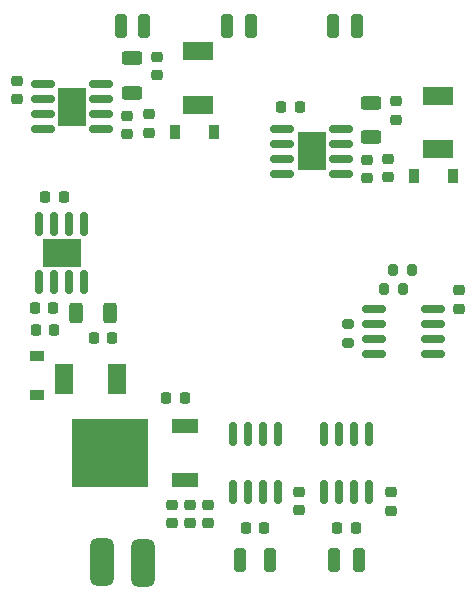
<source format=gts>
%TF.GenerationSoftware,KiCad,Pcbnew,(5.99.0-11336-g5116fa6d12)*%
%TF.CreationDate,2021-07-16T01:16:28+02:00*%
%TF.ProjectId,WS2811_3W,57533238-3131-45f3-9357-2e6b69636164,rev?*%
%TF.SameCoordinates,Original*%
%TF.FileFunction,Soldermask,Top*%
%TF.FilePolarity,Negative*%
%FSLAX46Y46*%
G04 Gerber Fmt 4.6, Leading zero omitted, Abs format (unit mm)*
G04 Created by KiCad (PCBNEW (5.99.0-11336-g5116fa6d12)) date 2021-07-16 01:16:28*
%MOMM*%
%LPD*%
G01*
G04 APERTURE LIST*
G04 Aperture macros list*
%AMRoundRect*
0 Rectangle with rounded corners*
0 $1 Rounding radius*
0 $2 $3 $4 $5 $6 $7 $8 $9 X,Y pos of 4 corners*
0 Add a 4 corners polygon primitive as box body*
4,1,4,$2,$3,$4,$5,$6,$7,$8,$9,$2,$3,0*
0 Add four circle primitives for the rounded corners*
1,1,$1+$1,$2,$3*
1,1,$1+$1,$4,$5*
1,1,$1+$1,$6,$7*
1,1,$1+$1,$8,$9*
0 Add four rect primitives between the rounded corners*
20,1,$1+$1,$2,$3,$4,$5,0*
20,1,$1+$1,$4,$5,$6,$7,0*
20,1,$1+$1,$6,$7,$8,$9,0*
20,1,$1+$1,$8,$9,$2,$3,0*%
G04 Aperture macros list end*
%ADD10R,2.200000X1.200000*%
%ADD11R,6.400000X5.800000*%
%ADD12R,0.900000X1.200000*%
%ADD13R,1.200000X0.900000*%
%ADD14RoundRect,0.250000X-0.250000X-0.750000X0.250000X-0.750000X0.250000X0.750000X-0.250000X0.750000X0*%
%ADD15RoundRect,0.225000X-0.250000X0.225000X-0.250000X-0.225000X0.250000X-0.225000X0.250000X0.225000X0*%
%ADD16RoundRect,0.225000X0.225000X0.250000X-0.225000X0.250000X-0.225000X-0.250000X0.225000X-0.250000X0*%
%ADD17R,2.500000X1.500000*%
%ADD18RoundRect,0.250000X0.250000X0.750000X-0.250000X0.750000X-0.250000X-0.750000X0.250000X-0.750000X0*%
%ADD19RoundRect,0.225000X0.250000X-0.225000X0.250000X0.225000X-0.250000X0.225000X-0.250000X-0.225000X0*%
%ADD20RoundRect,0.500000X-0.500000X-1.500000X0.500000X-1.500000X0.500000X1.500000X-0.500000X1.500000X0*%
%ADD21RoundRect,0.250000X-0.312500X-0.625000X0.312500X-0.625000X0.312500X0.625000X-0.312500X0.625000X0*%
%ADD22RoundRect,0.150000X-0.150000X0.825000X-0.150000X-0.825000X0.150000X-0.825000X0.150000X0.825000X0*%
%ADD23R,3.300000X2.410000*%
%ADD24RoundRect,0.250000X0.625000X-0.312500X0.625000X0.312500X-0.625000X0.312500X-0.625000X-0.312500X0*%
%ADD25RoundRect,0.225000X-0.225000X-0.250000X0.225000X-0.250000X0.225000X0.250000X-0.225000X0.250000X0*%
%ADD26RoundRect,0.200000X0.200000X0.275000X-0.200000X0.275000X-0.200000X-0.275000X0.200000X-0.275000X0*%
%ADD27R,1.500000X2.500000*%
%ADD28RoundRect,0.150000X-0.825000X-0.150000X0.825000X-0.150000X0.825000X0.150000X-0.825000X0.150000X0*%
%ADD29R,2.410000X3.300000*%
%ADD30RoundRect,0.500000X0.500000X1.500000X-0.500000X1.500000X-0.500000X-1.500000X0.500000X-1.500000X0*%
%ADD31RoundRect,0.200000X0.275000X-0.200000X0.275000X0.200000X-0.275000X0.200000X-0.275000X-0.200000X0*%
G04 APERTURE END LIST*
D10*
%TO.C,U4*%
X88060000Y-102190000D03*
X88060000Y-97630000D03*
D11*
X81760000Y-99910000D03*
%TD*%
D12*
%TO.C,D6*%
X107518401Y-76454799D03*
X110818401Y-76454799D03*
%TD*%
D13*
%TO.C,D5*%
X75539600Y-91669600D03*
X75539600Y-94969600D03*
%TD*%
D12*
%TO.C,D4*%
X87250000Y-72694800D03*
X90550000Y-72694800D03*
%TD*%
D14*
%TO.C,J4*%
X92760800Y-108915200D03*
%TD*%
D15*
%TO.C,C17*%
X103478801Y-75070199D03*
X103478801Y-76620199D03*
%TD*%
D14*
%TO.C,J8*%
X84643999Y-63754000D03*
%TD*%
%TO.C,J3*%
X95250000Y-108915200D03*
%TD*%
D16*
%TO.C,C14*%
X77025800Y-89458800D03*
X75475800Y-89458800D03*
%TD*%
D14*
%TO.C,J12*%
X102643999Y-63754000D03*
%TD*%
D15*
%TO.C,C3*%
X97739200Y-103161800D03*
X97739200Y-104711800D03*
%TD*%
D17*
%TO.C,L1*%
X89204800Y-70372800D03*
X89204800Y-65872800D03*
%TD*%
D18*
%TO.C,J7*%
X82643999Y-63754000D03*
%TD*%
D16*
%TO.C,C15*%
X81902600Y-90119200D03*
X80352600Y-90119200D03*
%TD*%
D14*
%TO.C,J11*%
X100643999Y-63754000D03*
%TD*%
D19*
%TO.C,C2*%
X111302800Y-87643000D03*
X111302800Y-86093000D03*
%TD*%
D15*
%TO.C,C19*%
X105968001Y-70091799D03*
X105968001Y-71641799D03*
%TD*%
%TO.C,C8*%
X88540000Y-104254000D03*
X88540000Y-105804000D03*
%TD*%
D20*
%TO.C,J6*%
X84531200Y-109194600D03*
%TD*%
D21*
%TO.C,R3*%
X78852300Y-87985600D03*
X81777300Y-87985600D03*
%TD*%
D14*
%TO.C,J10*%
X93643999Y-63754000D03*
%TD*%
D15*
%TO.C,C9*%
X90043000Y-104254000D03*
X90043000Y-105804000D03*
%TD*%
%TO.C,C5*%
X86995000Y-104254000D03*
X86995000Y-105804000D03*
%TD*%
D22*
%TO.C,U6*%
X79578200Y-80481400D03*
X78308200Y-80481400D03*
X77038200Y-80481400D03*
X75768200Y-80481400D03*
X75768200Y-85431400D03*
X77038200Y-85431400D03*
X78308200Y-85431400D03*
X79578200Y-85431400D03*
D23*
X77673200Y-82956400D03*
%TD*%
D24*
%TO.C,R5*%
X103834401Y-73142099D03*
X103834401Y-70217099D03*
%TD*%
D16*
%TO.C,R1*%
X102527400Y-106222800D03*
X100977400Y-106222800D03*
%TD*%
%TO.C,C12*%
X77813200Y-78181200D03*
X76263200Y-78181200D03*
%TD*%
D25*
%TO.C,C16*%
X96253000Y-70612000D03*
X97803000Y-70612000D03*
%TD*%
D26*
%TO.C,R7*%
X107352600Y-84378800D03*
X105702600Y-84378800D03*
%TD*%
D16*
%TO.C,C13*%
X76924200Y-87630000D03*
X75374200Y-87630000D03*
%TD*%
D27*
%TO.C,L2*%
X77861600Y-93624400D03*
X82361600Y-93624400D03*
%TD*%
D15*
%TO.C,C6*%
X83210400Y-71310200D03*
X83210400Y-72860200D03*
%TD*%
D22*
%TO.C,U3*%
X95986600Y-98261400D03*
X94716600Y-98261400D03*
X93446600Y-98261400D03*
X92176600Y-98261400D03*
X92176600Y-103211400D03*
X93446600Y-103211400D03*
X94716600Y-103211400D03*
X95986600Y-103211400D03*
%TD*%
D28*
%TO.C,U7*%
X96330201Y-72416199D03*
X96330201Y-73686199D03*
X96330201Y-74956199D03*
X96330201Y-76226199D03*
X101280201Y-76226199D03*
X101280201Y-74956199D03*
X101280201Y-73686199D03*
X101280201Y-72416199D03*
D29*
X98805201Y-74321199D03*
%TD*%
D30*
%TO.C,J5*%
X81102200Y-109143800D03*
%TD*%
D15*
%TO.C,C1*%
X105562400Y-103212600D03*
X105562400Y-104762600D03*
%TD*%
D18*
%TO.C,J2*%
X100685600Y-108915200D03*
%TD*%
D15*
%TO.C,C11*%
X85039200Y-71208600D03*
X85039200Y-72758600D03*
%TD*%
D16*
%TO.C,R2*%
X94805800Y-106222800D03*
X93255800Y-106222800D03*
%TD*%
D28*
%TO.C,U5*%
X76061800Y-68656200D03*
X76061800Y-69926200D03*
X76061800Y-71196200D03*
X76061800Y-72466200D03*
X81011800Y-72466200D03*
X81011800Y-71196200D03*
X81011800Y-69926200D03*
X81011800Y-68656200D03*
D29*
X78536800Y-70561200D03*
%TD*%
D24*
%TO.C,R4*%
X83566000Y-69382100D03*
X83566000Y-66457100D03*
%TD*%
D19*
%TO.C,C4*%
X73863200Y-69913800D03*
X73863200Y-68363800D03*
%TD*%
D15*
%TO.C,C7*%
X85699600Y-66331800D03*
X85699600Y-67881800D03*
%TD*%
D22*
%TO.C,U1*%
X103708200Y-98261400D03*
X102438200Y-98261400D03*
X101168200Y-98261400D03*
X99898200Y-98261400D03*
X99898200Y-103211400D03*
X101168200Y-103211400D03*
X102438200Y-103211400D03*
X103708200Y-103211400D03*
%TD*%
D16*
%TO.C,C10*%
X88049400Y-95250000D03*
X86499400Y-95250000D03*
%TD*%
D28*
%TO.C,U2*%
X104103400Y-87706200D03*
X104103400Y-88976200D03*
X104103400Y-90246200D03*
X104103400Y-91516200D03*
X109053400Y-91516200D03*
X109053400Y-90246200D03*
X109053400Y-88976200D03*
X109053400Y-87706200D03*
%TD*%
D17*
%TO.C,L3*%
X109473201Y-74132799D03*
X109473201Y-69632799D03*
%TD*%
D14*
%TO.C,J1*%
X102819200Y-108915200D03*
%TD*%
D26*
%TO.C,R6*%
X106590600Y-85953600D03*
X104940600Y-85953600D03*
%TD*%
D18*
%TO.C,J9*%
X91643999Y-63754000D03*
%TD*%
D31*
%TO.C,R8*%
X101854000Y-90588600D03*
X101854000Y-88938600D03*
%TD*%
D15*
%TO.C,C18*%
X105307601Y-74968599D03*
X105307601Y-76518599D03*
%TD*%
M02*

</source>
